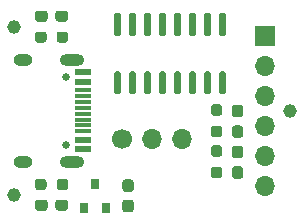
<source format=gbr>
%TF.GenerationSoftware,KiCad,Pcbnew,5.1.10*%
%TF.CreationDate,2021-06-29T14:23:48+12:00*%
%TF.ProjectId,USBCereal,55534243-6572-4656-916c-2e6b69636164,rev?*%
%TF.SameCoordinates,Original*%
%TF.FileFunction,Soldermask,Top*%
%TF.FilePolarity,Negative*%
%FSLAX46Y46*%
G04 Gerber Fmt 4.6, Leading zero omitted, Abs format (unit mm)*
G04 Created by KiCad (PCBNEW 5.1.10) date 2021-06-29 14:23:48*
%MOMM*%
%LPD*%
G01*
G04 APERTURE LIST*
%ADD10C,1.152000*%
%ADD11R,1.450000X0.600000*%
%ADD12R,1.450000X0.300000*%
%ADD13O,2.100000X1.000000*%
%ADD14C,0.650000*%
%ADD15O,1.600000X1.000000*%
%ADD16O,1.700000X1.700000*%
%ADD17R,1.700000X1.700000*%
%ADD18C,1.700000*%
%ADD19R,0.800000X0.900000*%
G04 APERTURE END LIST*
D10*
%TO.C,REF\u002A\u002A*%
X45339000Y-27051000D03*
%TD*%
%TO.C,REF\u002A\u002A*%
X21971000Y-34163000D03*
%TD*%
%TO.C,REF\u002A\u002A*%
X21971000Y-19939000D03*
%TD*%
D11*
%TO.C,J1*%
X27794000Y-30301000D03*
X27794000Y-29501000D03*
X27794000Y-24601000D03*
X27794000Y-23801000D03*
X27794000Y-23801000D03*
X27794000Y-24601000D03*
X27794000Y-29501000D03*
X27794000Y-30301000D03*
D12*
X27794000Y-25301000D03*
X27794000Y-25801000D03*
X27794000Y-26301000D03*
X27794000Y-27301000D03*
X27794000Y-27801000D03*
X27794000Y-28301000D03*
X27794000Y-28801000D03*
X27794000Y-26801000D03*
D13*
X26879000Y-31371000D03*
X26879000Y-22731000D03*
D14*
X26349000Y-24161000D03*
D15*
X22699000Y-22731000D03*
D14*
X26349000Y-29941000D03*
D15*
X22699000Y-31371000D03*
%TD*%
D16*
%TO.C,J2*%
X43180000Y-33401000D03*
X43180000Y-30861000D03*
X43180000Y-28321000D03*
X43180000Y-25781000D03*
X43180000Y-23241000D03*
D17*
X43180000Y-20701000D03*
%TD*%
D16*
%TO.C,JP1*%
X36195000Y-29464000D03*
X33655000Y-29464000D03*
D18*
X31115000Y-29464000D03*
%TD*%
%TO.C,D1*%
G36*
G01*
X40656500Y-28304000D02*
X41131500Y-28304000D01*
G75*
G02*
X41369000Y-28541500I0J-237500D01*
G01*
X41369000Y-29116500D01*
G75*
G02*
X41131500Y-29354000I-237500J0D01*
G01*
X40656500Y-29354000D01*
G75*
G02*
X40419000Y-29116500I0J237500D01*
G01*
X40419000Y-28541500D01*
G75*
G02*
X40656500Y-28304000I237500J0D01*
G01*
G37*
G36*
G01*
X40656500Y-26554000D02*
X41131500Y-26554000D01*
G75*
G02*
X41369000Y-26791500I0J-237500D01*
G01*
X41369000Y-27366500D01*
G75*
G02*
X41131500Y-27604000I-237500J0D01*
G01*
X40656500Y-27604000D01*
G75*
G02*
X40419000Y-27366500I0J237500D01*
G01*
X40419000Y-26791500D01*
G75*
G02*
X40656500Y-26554000I237500J0D01*
G01*
G37*
%TD*%
%TO.C,D2*%
G36*
G01*
X40656500Y-31769500D02*
X41131500Y-31769500D01*
G75*
G02*
X41369000Y-32007000I0J-237500D01*
G01*
X41369000Y-32582000D01*
G75*
G02*
X41131500Y-32819500I-237500J0D01*
G01*
X40656500Y-32819500D01*
G75*
G02*
X40419000Y-32582000I0J237500D01*
G01*
X40419000Y-32007000D01*
G75*
G02*
X40656500Y-31769500I237500J0D01*
G01*
G37*
G36*
G01*
X40656500Y-30019500D02*
X41131500Y-30019500D01*
G75*
G02*
X41369000Y-30257000I0J-237500D01*
G01*
X41369000Y-30832000D01*
G75*
G02*
X41131500Y-31069500I-237500J0D01*
G01*
X40656500Y-31069500D01*
G75*
G02*
X40419000Y-30832000I0J237500D01*
G01*
X40419000Y-30257000D01*
G75*
G02*
X40656500Y-30019500I237500J0D01*
G01*
G37*
%TD*%
%TO.C,R4*%
G36*
G01*
X38878500Y-31817500D02*
X39353500Y-31817500D01*
G75*
G02*
X39591000Y-32055000I0J-237500D01*
G01*
X39591000Y-32555000D01*
G75*
G02*
X39353500Y-32792500I-237500J0D01*
G01*
X38878500Y-32792500D01*
G75*
G02*
X38641000Y-32555000I0J237500D01*
G01*
X38641000Y-32055000D01*
G75*
G02*
X38878500Y-31817500I237500J0D01*
G01*
G37*
G36*
G01*
X38878500Y-29992500D02*
X39353500Y-29992500D01*
G75*
G02*
X39591000Y-30230000I0J-237500D01*
G01*
X39591000Y-30730000D01*
G75*
G02*
X39353500Y-30967500I-237500J0D01*
G01*
X38878500Y-30967500D01*
G75*
G02*
X38641000Y-30730000I0J237500D01*
G01*
X38641000Y-30230000D01*
G75*
G02*
X38878500Y-29992500I237500J0D01*
G01*
G37*
%TD*%
%TO.C,R3*%
G36*
G01*
X38878500Y-28341500D02*
X39353500Y-28341500D01*
G75*
G02*
X39591000Y-28579000I0J-237500D01*
G01*
X39591000Y-29079000D01*
G75*
G02*
X39353500Y-29316500I-237500J0D01*
G01*
X38878500Y-29316500D01*
G75*
G02*
X38641000Y-29079000I0J237500D01*
G01*
X38641000Y-28579000D01*
G75*
G02*
X38878500Y-28341500I237500J0D01*
G01*
G37*
G36*
G01*
X38878500Y-26516500D02*
X39353500Y-26516500D01*
G75*
G02*
X39591000Y-26754000I0J-237500D01*
G01*
X39591000Y-27254000D01*
G75*
G02*
X39353500Y-27491500I-237500J0D01*
G01*
X38878500Y-27491500D01*
G75*
G02*
X38641000Y-27254000I0J237500D01*
G01*
X38641000Y-26754000D01*
G75*
G02*
X38878500Y-26516500I237500J0D01*
G01*
G37*
%TD*%
%TO.C,R2*%
G36*
G01*
X24721000Y-20590500D02*
X24721000Y-21065500D01*
G75*
G02*
X24483500Y-21303000I-237500J0D01*
G01*
X23983500Y-21303000D01*
G75*
G02*
X23746000Y-21065500I0J237500D01*
G01*
X23746000Y-20590500D01*
G75*
G02*
X23983500Y-20353000I237500J0D01*
G01*
X24483500Y-20353000D01*
G75*
G02*
X24721000Y-20590500I0J-237500D01*
G01*
G37*
G36*
G01*
X26546000Y-20590500D02*
X26546000Y-21065500D01*
G75*
G02*
X26308500Y-21303000I-237500J0D01*
G01*
X25808500Y-21303000D01*
G75*
G02*
X25571000Y-21065500I0J237500D01*
G01*
X25571000Y-20590500D01*
G75*
G02*
X25808500Y-20353000I237500J0D01*
G01*
X26308500Y-20353000D01*
G75*
G02*
X26546000Y-20590500I0J-237500D01*
G01*
G37*
%TD*%
%TO.C,R1*%
G36*
G01*
X24721000Y-33061900D02*
X24721000Y-33536900D01*
G75*
G02*
X24483500Y-33774400I-237500J0D01*
G01*
X23983500Y-33774400D01*
G75*
G02*
X23746000Y-33536900I0J237500D01*
G01*
X23746000Y-33061900D01*
G75*
G02*
X23983500Y-32824400I237500J0D01*
G01*
X24483500Y-32824400D01*
G75*
G02*
X24721000Y-33061900I0J-237500D01*
G01*
G37*
G36*
G01*
X26546000Y-33061900D02*
X26546000Y-33536900D01*
G75*
G02*
X26308500Y-33774400I-237500J0D01*
G01*
X25808500Y-33774400D01*
G75*
G02*
X25571000Y-33536900I0J237500D01*
G01*
X25571000Y-33061900D01*
G75*
G02*
X25808500Y-32824400I237500J0D01*
G01*
X26308500Y-32824400D01*
G75*
G02*
X26546000Y-33061900I0J-237500D01*
G01*
G37*
%TD*%
D19*
%TO.C,U1*%
X28829000Y-33274000D03*
X29779000Y-35274000D03*
X27879000Y-35274000D03*
%TD*%
%TO.C,C3*%
G36*
G01*
X31385500Y-34588500D02*
X31860500Y-34588500D01*
G75*
G02*
X32098000Y-34826000I0J-237500D01*
G01*
X32098000Y-35426000D01*
G75*
G02*
X31860500Y-35663500I-237500J0D01*
G01*
X31385500Y-35663500D01*
G75*
G02*
X31148000Y-35426000I0J237500D01*
G01*
X31148000Y-34826000D01*
G75*
G02*
X31385500Y-34588500I237500J0D01*
G01*
G37*
G36*
G01*
X31385500Y-32863500D02*
X31860500Y-32863500D01*
G75*
G02*
X32098000Y-33101000I0J-237500D01*
G01*
X32098000Y-33701000D01*
G75*
G02*
X31860500Y-33938500I-237500J0D01*
G01*
X31385500Y-33938500D01*
G75*
G02*
X31148000Y-33701000I0J237500D01*
G01*
X31148000Y-33101000D01*
G75*
G02*
X31385500Y-32863500I237500J0D01*
G01*
G37*
%TD*%
%TO.C,C2*%
G36*
G01*
X24821000Y-34814500D02*
X24821000Y-35289500D01*
G75*
G02*
X24583500Y-35527000I-237500J0D01*
G01*
X23983500Y-35527000D01*
G75*
G02*
X23746000Y-35289500I0J237500D01*
G01*
X23746000Y-34814500D01*
G75*
G02*
X23983500Y-34577000I237500J0D01*
G01*
X24583500Y-34577000D01*
G75*
G02*
X24821000Y-34814500I0J-237500D01*
G01*
G37*
G36*
G01*
X26546000Y-34814500D02*
X26546000Y-35289500D01*
G75*
G02*
X26308500Y-35527000I-237500J0D01*
G01*
X25708500Y-35527000D01*
G75*
G02*
X25471000Y-35289500I0J237500D01*
G01*
X25471000Y-34814500D01*
G75*
G02*
X25708500Y-34577000I237500J0D01*
G01*
X26308500Y-34577000D01*
G75*
G02*
X26546000Y-34814500I0J-237500D01*
G01*
G37*
%TD*%
%TO.C,C1*%
G36*
G01*
X24821000Y-18812500D02*
X24821000Y-19287500D01*
G75*
G02*
X24583500Y-19525000I-237500J0D01*
G01*
X23983500Y-19525000D01*
G75*
G02*
X23746000Y-19287500I0J237500D01*
G01*
X23746000Y-18812500D01*
G75*
G02*
X23983500Y-18575000I237500J0D01*
G01*
X24583500Y-18575000D01*
G75*
G02*
X24821000Y-18812500I0J-237500D01*
G01*
G37*
G36*
G01*
X26546000Y-18812500D02*
X26546000Y-19287500D01*
G75*
G02*
X26308500Y-19525000I-237500J0D01*
G01*
X25708500Y-19525000D01*
G75*
G02*
X25471000Y-19287500I0J237500D01*
G01*
X25471000Y-18812500D01*
G75*
G02*
X25708500Y-18575000I237500J0D01*
G01*
X26308500Y-18575000D01*
G75*
G02*
X26546000Y-18812500I0J-237500D01*
G01*
G37*
%TD*%
%TO.C,U2*%
G36*
G01*
X30884000Y-20725000D02*
X30584000Y-20725000D01*
G75*
G02*
X30434000Y-20575000I0J150000D01*
G01*
X30434000Y-18925000D01*
G75*
G02*
X30584000Y-18775000I150000J0D01*
G01*
X30884000Y-18775000D01*
G75*
G02*
X31034000Y-18925000I0J-150000D01*
G01*
X31034000Y-20575000D01*
G75*
G02*
X30884000Y-20725000I-150000J0D01*
G01*
G37*
G36*
G01*
X32154000Y-20725000D02*
X31854000Y-20725000D01*
G75*
G02*
X31704000Y-20575000I0J150000D01*
G01*
X31704000Y-18925000D01*
G75*
G02*
X31854000Y-18775000I150000J0D01*
G01*
X32154000Y-18775000D01*
G75*
G02*
X32304000Y-18925000I0J-150000D01*
G01*
X32304000Y-20575000D01*
G75*
G02*
X32154000Y-20725000I-150000J0D01*
G01*
G37*
G36*
G01*
X33424000Y-20725000D02*
X33124000Y-20725000D01*
G75*
G02*
X32974000Y-20575000I0J150000D01*
G01*
X32974000Y-18925000D01*
G75*
G02*
X33124000Y-18775000I150000J0D01*
G01*
X33424000Y-18775000D01*
G75*
G02*
X33574000Y-18925000I0J-150000D01*
G01*
X33574000Y-20575000D01*
G75*
G02*
X33424000Y-20725000I-150000J0D01*
G01*
G37*
G36*
G01*
X34694000Y-20725000D02*
X34394000Y-20725000D01*
G75*
G02*
X34244000Y-20575000I0J150000D01*
G01*
X34244000Y-18925000D01*
G75*
G02*
X34394000Y-18775000I150000J0D01*
G01*
X34694000Y-18775000D01*
G75*
G02*
X34844000Y-18925000I0J-150000D01*
G01*
X34844000Y-20575000D01*
G75*
G02*
X34694000Y-20725000I-150000J0D01*
G01*
G37*
G36*
G01*
X35964000Y-20725000D02*
X35664000Y-20725000D01*
G75*
G02*
X35514000Y-20575000I0J150000D01*
G01*
X35514000Y-18925000D01*
G75*
G02*
X35664000Y-18775000I150000J0D01*
G01*
X35964000Y-18775000D01*
G75*
G02*
X36114000Y-18925000I0J-150000D01*
G01*
X36114000Y-20575000D01*
G75*
G02*
X35964000Y-20725000I-150000J0D01*
G01*
G37*
G36*
G01*
X37234000Y-20725000D02*
X36934000Y-20725000D01*
G75*
G02*
X36784000Y-20575000I0J150000D01*
G01*
X36784000Y-18925000D01*
G75*
G02*
X36934000Y-18775000I150000J0D01*
G01*
X37234000Y-18775000D01*
G75*
G02*
X37384000Y-18925000I0J-150000D01*
G01*
X37384000Y-20575000D01*
G75*
G02*
X37234000Y-20725000I-150000J0D01*
G01*
G37*
G36*
G01*
X38504000Y-20725000D02*
X38204000Y-20725000D01*
G75*
G02*
X38054000Y-20575000I0J150000D01*
G01*
X38054000Y-18925000D01*
G75*
G02*
X38204000Y-18775000I150000J0D01*
G01*
X38504000Y-18775000D01*
G75*
G02*
X38654000Y-18925000I0J-150000D01*
G01*
X38654000Y-20575000D01*
G75*
G02*
X38504000Y-20725000I-150000J0D01*
G01*
G37*
G36*
G01*
X39774000Y-20725000D02*
X39474000Y-20725000D01*
G75*
G02*
X39324000Y-20575000I0J150000D01*
G01*
X39324000Y-18925000D01*
G75*
G02*
X39474000Y-18775000I150000J0D01*
G01*
X39774000Y-18775000D01*
G75*
G02*
X39924000Y-18925000I0J-150000D01*
G01*
X39924000Y-20575000D01*
G75*
G02*
X39774000Y-20725000I-150000J0D01*
G01*
G37*
G36*
G01*
X39774000Y-25675000D02*
X39474000Y-25675000D01*
G75*
G02*
X39324000Y-25525000I0J150000D01*
G01*
X39324000Y-23875000D01*
G75*
G02*
X39474000Y-23725000I150000J0D01*
G01*
X39774000Y-23725000D01*
G75*
G02*
X39924000Y-23875000I0J-150000D01*
G01*
X39924000Y-25525000D01*
G75*
G02*
X39774000Y-25675000I-150000J0D01*
G01*
G37*
G36*
G01*
X38504000Y-25675000D02*
X38204000Y-25675000D01*
G75*
G02*
X38054000Y-25525000I0J150000D01*
G01*
X38054000Y-23875000D01*
G75*
G02*
X38204000Y-23725000I150000J0D01*
G01*
X38504000Y-23725000D01*
G75*
G02*
X38654000Y-23875000I0J-150000D01*
G01*
X38654000Y-25525000D01*
G75*
G02*
X38504000Y-25675000I-150000J0D01*
G01*
G37*
G36*
G01*
X37234000Y-25675000D02*
X36934000Y-25675000D01*
G75*
G02*
X36784000Y-25525000I0J150000D01*
G01*
X36784000Y-23875000D01*
G75*
G02*
X36934000Y-23725000I150000J0D01*
G01*
X37234000Y-23725000D01*
G75*
G02*
X37384000Y-23875000I0J-150000D01*
G01*
X37384000Y-25525000D01*
G75*
G02*
X37234000Y-25675000I-150000J0D01*
G01*
G37*
G36*
G01*
X35964000Y-25675000D02*
X35664000Y-25675000D01*
G75*
G02*
X35514000Y-25525000I0J150000D01*
G01*
X35514000Y-23875000D01*
G75*
G02*
X35664000Y-23725000I150000J0D01*
G01*
X35964000Y-23725000D01*
G75*
G02*
X36114000Y-23875000I0J-150000D01*
G01*
X36114000Y-25525000D01*
G75*
G02*
X35964000Y-25675000I-150000J0D01*
G01*
G37*
G36*
G01*
X34694000Y-25675000D02*
X34394000Y-25675000D01*
G75*
G02*
X34244000Y-25525000I0J150000D01*
G01*
X34244000Y-23875000D01*
G75*
G02*
X34394000Y-23725000I150000J0D01*
G01*
X34694000Y-23725000D01*
G75*
G02*
X34844000Y-23875000I0J-150000D01*
G01*
X34844000Y-25525000D01*
G75*
G02*
X34694000Y-25675000I-150000J0D01*
G01*
G37*
G36*
G01*
X33424000Y-25675000D02*
X33124000Y-25675000D01*
G75*
G02*
X32974000Y-25525000I0J150000D01*
G01*
X32974000Y-23875000D01*
G75*
G02*
X33124000Y-23725000I150000J0D01*
G01*
X33424000Y-23725000D01*
G75*
G02*
X33574000Y-23875000I0J-150000D01*
G01*
X33574000Y-25525000D01*
G75*
G02*
X33424000Y-25675000I-150000J0D01*
G01*
G37*
G36*
G01*
X32154000Y-25675000D02*
X31854000Y-25675000D01*
G75*
G02*
X31704000Y-25525000I0J150000D01*
G01*
X31704000Y-23875000D01*
G75*
G02*
X31854000Y-23725000I150000J0D01*
G01*
X32154000Y-23725000D01*
G75*
G02*
X32304000Y-23875000I0J-150000D01*
G01*
X32304000Y-25525000D01*
G75*
G02*
X32154000Y-25675000I-150000J0D01*
G01*
G37*
G36*
G01*
X30884000Y-25675000D02*
X30584000Y-25675000D01*
G75*
G02*
X30434000Y-25525000I0J150000D01*
G01*
X30434000Y-23875000D01*
G75*
G02*
X30584000Y-23725000I150000J0D01*
G01*
X30884000Y-23725000D01*
G75*
G02*
X31034000Y-23875000I0J-150000D01*
G01*
X31034000Y-25525000D01*
G75*
G02*
X30884000Y-25675000I-150000J0D01*
G01*
G37*
%TD*%
M02*

</source>
